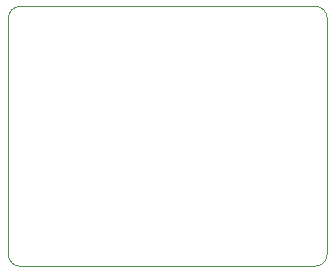
<source format=gbr>
%TF.GenerationSoftware,KiCad,Pcbnew,9.0.6*%
%TF.CreationDate,2025-12-27T16:00:58+00:00*%
%TF.ProjectId,AZUltra,415a556c-7472-4612-9e6b-696361645f70,rev?*%
%TF.SameCoordinates,Original*%
%TF.FileFunction,Profile,NP*%
%FSLAX46Y46*%
G04 Gerber Fmt 4.6, Leading zero omitted, Abs format (unit mm)*
G04 Created by KiCad (PCBNEW 9.0.6) date 2025-12-27 16:00:58*
%MOMM*%
%LPD*%
G01*
G04 APERTURE LIST*
%TA.AperFunction,Profile*%
%ADD10C,0.050000*%
%TD*%
G04 APERTURE END LIST*
D10*
X169556780Y-73953609D02*
X169556780Y-93953609D01*
X143556780Y-72953609D02*
X168556780Y-72953609D01*
X168556780Y-72953609D02*
G75*
G02*
X169556791Y-73953609I20J-999991D01*
G01*
X143556780Y-94953609D02*
G75*
G02*
X142556791Y-93953609I20J1000009D01*
G01*
X142556780Y-93953609D02*
X142556780Y-73953609D01*
X142556780Y-73953609D02*
G75*
G02*
X143556780Y-72953580I1000020J9D01*
G01*
X168556780Y-94953609D02*
X143556780Y-94953609D01*
X169556780Y-93953609D02*
G75*
G02*
X168556780Y-94953580I-999980J9D01*
G01*
M02*

</source>
